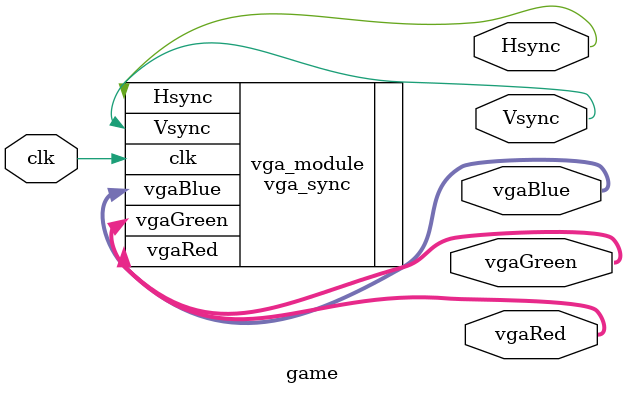
<source format=v>
`timescale 1ns / 1ps
module game(
	clk,
	vgaRed,
	vgaGreen,
	vgaBlue,
	Hsync,
	Vsync
	);
	input clk;
	output [2:0] vgaRed;
	output [2:0] vgaGreen;
	output [2:1] vgaBlue;
	output Hsync, Vsync;
	
	vga_sync vga_module(
		.clk(clk),
		.vgaRed(vgaRed),
		.vgaGreen(vgaGreen),
		.vgaBlue(vgaBlue),
		.Hsync(Hsync),
		.Vsync(Vsync)
	);



endmodule

</source>
